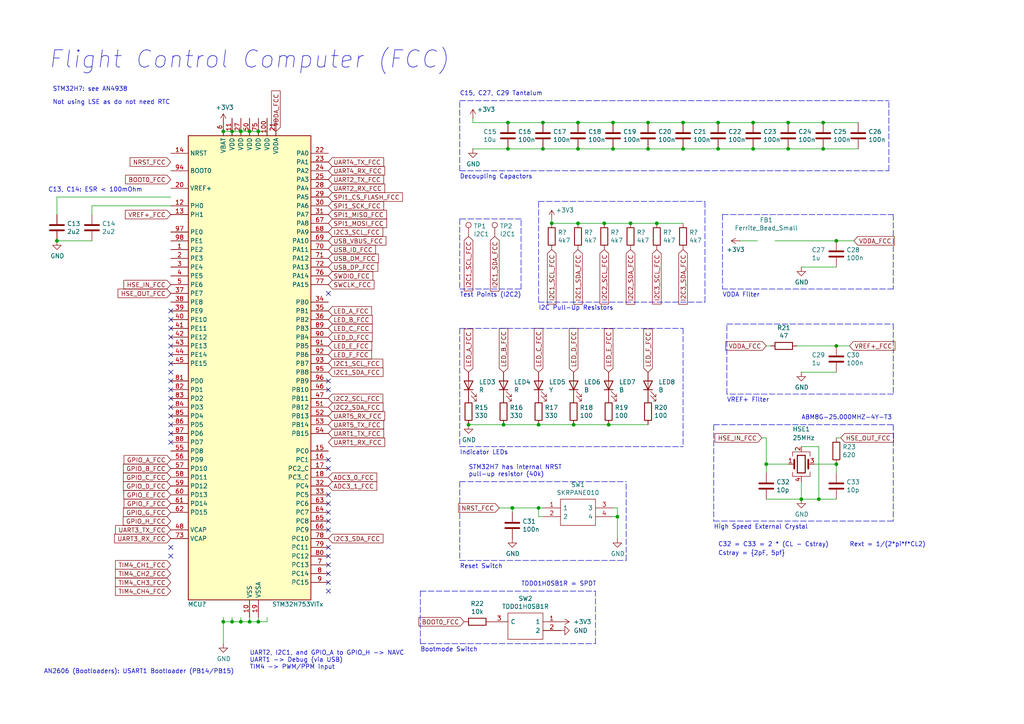
<source format=kicad_sch>
(kicad_sch (version 20250114) (generator "eeschema") (generator_version "9.0")
  (paper "A4")
  (title_block (title "Flight Control Computer") (date "2019-10-27") (rev "0.1"))
  (lib_symbols
    (symbol "Connector:TestPoint" (pin_numbers (hide yes)) (pin_names (offset 0.762) (hide yes))
      (property "Reference" "TP" (at 0 6.858 0))
      (property "Value" "TestPoint" (at 0 5.08 0))
      (symbol "TestPoint_0_1"
        (circle (center 0 3.302) (radius 0.762))
      )
      (symbol "TestPoint_1_1"
        (pin passive line (at 0 0 90) (length 2.54) (name "1") (number "1"))
      )
    )
    (symbol "Device:C" (pin_numbers (hide yes)) (pin_names (offset 0.254))
      (property "Reference" "C" (at 0.635 2.54 0))
      (property "Value" "C" (at 0.635 -2.54 0))
      (symbol "C_0_1"
        (polyline (pts (xy -2.032 0.762) (xy 2.032 0.762)) (stroke (width 0.508)))
        (polyline (pts (xy -2.032 -0.762) (xy 2.032 -0.762)) (stroke (width 0.508)))
      )
      (symbol "C_1_1"
        (pin passive line (at 0 3.81 270) (length 2.794) (name "~") (number "1"))
        (pin passive line (at 0 -3.81 90) (length 2.794) (name "~") (number "2"))
      )
    )
    (symbol "Device:Crystal_GND24" (pin_names (offset 1.016) (hide yes))
      (property "Reference" "Y" (at 3.175 5.08 0))
      (property "Value" "Crystal_GND24" (at 3.175 3.175 0))
      (symbol "Crystal_GND24_0_1"
        (polyline (pts (xy -2.54 2.286) (xy -2.54 3.556) (xy 2.54 3.556) (xy 2.54 2.286)))
        (polyline (pts (xy -2.54 0) (xy -2.032 0)))
        (polyline (pts (xy -2.54 -2.286) (xy -2.54 -3.556) (xy 2.54 -3.556) (xy 2.54 -2.286)))
        (polyline (pts (xy -2.032 -1.27) (xy -2.032 1.27)) (stroke (width 0.508)))
        (rectangle (start -1.143 2.54) (end 1.143 -2.54) (stroke (width 0.3048)))
        (polyline (pts (xy 0 3.556) (xy 0 3.81)))
        (polyline (pts (xy 0 -3.81) (xy 0 -3.556)))
        (polyline (pts (xy 2.032 0) (xy 2.54 0)))
        (polyline (pts (xy 2.032 -1.27) (xy 2.032 1.27)) (stroke (width 0.508)))
      )
      (symbol "Crystal_GND24_1_1"
        (pin passive line (at -3.81 0 0) (length 1.27) (name "1") (number "1"))
        (pin passive line (at 0 5.08 270) (length 1.27) (name "2") (number "2"))
        (pin passive line (at 0 -5.08 90) (length 1.27) (name "4") (number "4"))
        (pin passive line (at 3.81 0 180) (length 1.27) (name "3") (number "3"))
      )
    )
    (symbol "Device:LED" (pin_numbers (hide yes)) (pin_names (offset 1.016) (hide yes))
      (property "Reference" "D" (at 0 2.54 0))
      (property "Value" "LED" (at 0 -2.54 0))
      (symbol "LED_0_1"
        (polyline (pts (xy -3.048 -0.762) (xy -4.572 -2.286) (xy -3.81 -2.286) (xy -4.572 -2.286) (xy -4.572 -1.524)))
        (polyline (pts (xy -1.778 -0.762) (xy -3.302 -2.286) (xy -2.54 -2.286) (xy -3.302 -2.286) (xy -3.302 -1.524)))
        (polyline (pts (xy -1.27 0) (xy 1.27 0)))
        (polyline (pts (xy -1.27 -1.27) (xy -1.27 1.27)) (stroke (width 0.254)))
        (polyline (pts (xy 1.27 -1.27) (xy 1.27 1.27) (xy -1.27 0) (xy 1.27 -1.27)) (stroke (width 0.254)))
      )
      (symbol "LED_1_1"
        (pin passive line (at -3.81 0 0) (length 2.54) (name "K") (number "1"))
        (pin passive line (at 3.81 0 180) (length 2.54) (name "A") (number "2"))
      )
    )
    (symbol "Device:R" (pin_numbers (hide yes)) (pin_names (offset 0))
      (property "Reference" "R" (at 2.032 0 90))
      (property "Value" "R" (at 0 0 90))
      (symbol "R_0_1"
        (rectangle (start -1.016 -2.54) (end 1.016 2.54) (stroke (width 0.254)))
      )
      (symbol "R_1_1"
        (pin passive line (at 0 3.81 270) (length 1.27) (name "~") (number "1"))
        (pin passive line (at 0 -3.81 90) (length 1.27) (name "~") (number "2"))
      )
    )
    (symbol "MCU_ST_STM32H7:STM32H753VITx"
      (property "Reference" "U" (at -17.78 69.85 0))
      (property "Value" "STM32H753VITx" (at 10.16 69.85 0))
      (symbol "STM32H753VITx_0_1"
        (rectangle (start -17.78 -66.04) (end 17.78 68.58) (stroke (width 0.254)) (fill (type background)))
      )
      (symbol "STM32H753VITx_1_1"
        (pin input line (at -22.86 63.5 0) (length 5.08) (name "NRST") (number "14"))
        (pin input line (at -22.86 58.42 0) (length 5.08) (name "BOOT0") (number "94"))
        (pin input line (at -22.86 53.34 0) (length 5.08) (name "VREF+") (number "20"))
        (pin bidirectional line (at -22.86 48.26 0) (length 5.08) (name "PH0") (number "12"))
        (pin bidirectional line (at -22.86 45.72 0) (length 5.08) (name "PH1") (number "13"))
        (pin bidirectional line (at -22.86 40.64 0) (length 5.08) (name "PE0") (number "97"))
        (pin bidirectional line (at -22.86 38.1 0) (length 5.08) (name "PE1") (number "98"))
        (pin bidirectional line (at -22.86 35.56 0) (length 5.08) (name "PE2") (number "1"))
        (pin bidirectional line (at -22.86 33.02 0) (length 5.08) (name "PE3") (number "2"))
        (pin bidirectional line (at -22.86 30.48 0) (length 5.08) (name "PE4") (number "3"))
        (pin bidirectional line (at -22.86 27.94 0) (length 5.08) (name "PE5") (number "4"))
        (pin bidirectional line (at -22.86 25.4 0) (length 5.08) (name "PE6") (number "5"))
        (pin bidirectional line (at -22.86 22.86 0) (length 5.08) (name "PE7") (number "37"))
        (pin bidirectional line (at -22.86 20.32 0) (length 5.08) (name "PE8") (number "38"))
        (pin bidirectional line (at -22.86 17.78 0) (length 5.08) (name "PE9") (number "39"))
        (pin bidirectional line (at -22.86 15.24 0) (length 5.08) (name "PE10") (number "40"))
        (pin bidirectional line (at -22.86 12.7 0) (length 5.08) (name "PE11") (number "41"))
        (pin bidirectional line (at -22.86 10.16 0) (length 5.08) (name "PE12") (number "42"))
        (pin bidirectional line (at -22.86 7.62 0) (length 5.08) (name "PE13") (number "43"))
        (pin bidirectional line (at -22.86 5.08 0) (length 5.08) (name "PE14") (number "44"))
        (pin bidirectional line (at -22.86 2.54 0) (length 5.08) (name "PE15") (number "45"))
        (pin bidirectional line (at -22.86 -2.54 0) (length 5.08) (name "PD0") (number "81"))
        (pin bidirectional line (at -22.86 -5.08 0) (length 5.08) (name "PD1") (number "82"))
        (pin bidirectional line (at -22.86 -7.62 0) (length 5.08) (name "PD2") (number "83"))
        (pin bidirectional line (at -22.86 -10.16 0) (length 5.08) (name "PD3") (number "84"))
        (pin bidirectional line (at -22.86 -12.7 0) (length 5.08) (name "PD4") (number "85"))
        (pin bidirectional line (at -22.86 -15.24 0) (length 5.08) (name "PD5") (number "86"))
        (pin bidirectional line (at -22.86 -17.78 0) (length 5.08) (name "PD6") (number "87"))
        (pin bidirectional line (at -22.86 -20.32 0) (length 5.08) (name "PD7") (number "88"))
        (pin bidirectional line (at -22.86 -22.86 0) (length 5.08) (name "PD8") (number "55"))
        (pin bidirectional line (at -22.86 -25.4 0) (length 5.08) (name "PD9") (number "56"))
        (pin bidirectional line (at -22.86 -27.94 0) (length 5.08) (name "PD10") (number "57"))
        (pin bidirectional line (at -22.86 -30.48 0) (length 5.08) (name "PD11") (number "58"))
        (pin bidirectional line (at -22.86 -33.02 0) (length 5.08) (name "PD12") (number "59"))
        (pin bidirectional line (at -22.86 -35.56 0) (length 5.08) (name "PD13") (number "60"))
        (pin bidirectional line (at -22.86 -38.1 0) (length 5.08) (name "PD14") (number "61"))
        (pin bidirectional line (at -22.86 -40.64 0) (length 5.08) (name "PD15") (number "62"))
        (pin power_out line (at -22.86 -45.72 0) (length 5.08) (name "VCAP") (number "48"))
        (pin power_out line (at -22.86 -48.26 0) (length 5.08) (name "VCAP") (number "73"))
        (pin power_in line (at -7.62 73.66 270) (length 5.08) (name "VBAT") (number "6"))
        (pin power_in line (at -5.08 73.66 270) (length 5.08) (name "VDD") (number "11"))
        (pin power_in line (at -2.54 73.66 270) (length 5.08) (name "VDD") (number "27"))
        (pin power_in line (at 0 73.66 270) (length 5.08) (name "VDD") (number "50"))
        (pin power_in line (at 0 -71.12 90) (length 5.08) (name "VSS") (number "10"))
        (pin passive line (at 0 -71.12 90) (length 5.08) (hide yes) (name "VSS") (number "26"))
        (pin passive line (at 0 -71.12 90) (length 5.08) (hide yes) (name "VSS") (number "49"))
        (pin passive line (at 0 -71.12 90) (length 5.08) (hide yes) (name "VSS") (number "74"))
        (pin passive line (at 0 -71.12 90) (length 5.08) (hide yes) (name "VSS") (number "99"))
        (pin power_in line (at 2.54 73.66 270) (length 5.08) (name "VDD") (number "75"))
        (pin power_in line (at 2.54 -71.12 90) (length 5.08) (name "VSSA") (number "19"))
        (pin power_in line (at 5.08 73.66 270) (length 5.08) (name "VDD") (number "100"))
        (pin power_in line (at 7.62 73.66 270) (length 5.08) (name "VDDA") (number "21"))
        (pin bidirectional line (at 22.86 63.5 180) (length 5.08) (name "PA0") (number "22"))
        (pin bidirectional line (at 22.86 60.96 180) (length 5.08) (name "PA1") (number "23"))
        (pin bidirectional line (at 22.86 58.42 180) (length 5.08) (name "PA2") (number "24"))
        (pin bidirectional line (at 22.86 55.88 180) (length 5.08) (name "PA3") (number "25"))
        (pin bidirectional line (at 22.86 53.34 180) (length 5.08) (name "PA4") (number "28"))
        (pin bidirectional line (at 22.86 50.8 180) (length 5.08) (name "PA5") (number "29"))
        (pin bidirectional line (at 22.86 48.26 180) (length 5.08) (name "PA6") (number "30"))
        (pin bidirectional line (at 22.86 45.72 180) (length 5.08) (name "PA7") (number "31"))
        (pin bidirectional line (at 22.86 43.18 180) (length 5.08) (name "PA8") (number "67"))
        (pin bidirectional line (at 22.86 40.64 180) (length 5.08) (name "PA9") (number "68"))
        (pin bidirectional line (at 22.86 38.1 180) (length 5.08) (name "PA10") (number "69"))
        (pin bidirectional line (at 22.86 35.56 180) (length 5.08) (name "PA11") (number "70"))
        (pin bidirectional line (at 22.86 33.02 180) (length 5.08) (name "PA12") (number "71"))
        (pin bidirectional line (at 22.86 30.48 180) (length 5.08) (name "PA13") (number "72"))
        (pin bidirectional line (at 22.86 27.94 180) (length 5.08) (name "PA14") (number "76"))
        (pin bidirectional line (at 22.86 25.4 180) (length 5.08) (name "PA15") (number "77"))
        (pin bidirectional line (at 22.86 20.32 180) (length 5.08) (name "PB0") (number "34"))
        (pin bidirectional line (at 22.86 17.78 180) (length 5.08) (name "PB1") (number "35"))
        (pin bidirectional line (at 22.86 15.24 180) (length 5.08) (name "PB2") (number "36"))
        (pin bidirectional line (at 22.86 12.7 180) (length 5.08) (name "PB3") (number "89"))
        (pin bidirectional line (at 22.86 10.16 180) (length 5.08) (name "PB4") (number "90"))
        (pin bidirectional line (at 22.86 7.62 180) (length 5.08) (name "PB5") (number "91"))
        (pin bidirectional line (at 22.86 5.08 180) (length 5.08) (name "PB6") (number "92"))
        (pin bidirectional line (at 22.86 2.54 180) (length 5.08) (name "PB7") (number "93"))
        (pin bidirectional line (at 22.86 0 180) (length 5.08) (name "PB8") (number "95"))
        (pin bidirectional line (at 22.86 -2.54 180) (length 5.08) (name "PB9") (number "96"))
        (pin bidirectional line (at 22.86 -5.08 180) (length 5.08) (name "PB10") (number "46"))
        (pin bidirectional line (at 22.86 -7.62 180) (length 5.08) (name "PB11") (number "47"))
        (pin bidirectional line (at 22.86 -10.16 180) (length 5.08) (name "PB12") (number "51"))
        (pin bidirectional line (at 22.86 -12.7 180) (length 5.08) (name "PB13") (number "52"))
        (pin bidirectional line (at 22.86 -15.24 180) (length 5.08) (name "PB14") (number "53"))
        (pin bidirectional line (at 22.86 -17.78 180) (length 5.08) (name "PB15") (number "54"))
        (pin bidirectional line (at 22.86 -22.86 180) (length 5.08) (name "PC0") (number "15"))
        (pin bidirectional line (at 22.86 -25.4 180) (length 5.08) (name "PC1") (number "16"))
        (pin bidirectional line (at 22.86 -27.94 180) (length 5.08) (name "PC2_C") (number "17"))
        (pin bidirectional line (at 22.86 -30.48 180) (length 5.08) (name "PC3_C") (number "18"))
        (pin bidirectional line (at 22.86 -33.02 180) (length 5.08) (name "PC4") (number "32"))
        (pin bidirectional line (at 22.86 -35.56 180) (length 5.08) (name "PC5") (number "33"))
        (pin bidirectional line (at 22.86 -38.1 180) (length 5.08) (name "PC6") (number "63"))
        (pin bidirectional line (at 22.86 -40.64 180) (length 5.08) (name "PC7") (number "64"))
        (pin bidirectional line (at 22.86 -43.18 180) (length 5.08) (name "PC8") (number "65"))
        (pin bidirectional line (at 22.86 -45.72 180) (length 5.08) (name "PC9") (number "66"))
        (pin bidirectional line (at 22.86 -48.26 180) (length 5.08) (name "PC10") (number "78"))
        (pin bidirectional line (at 22.86 -50.8 180) (length 5.08) (name "PC11") (number "79"))
        (pin bidirectional line (at 22.86 -53.34 180) (length 5.08) (name "PC12") (number "80"))
        (pin bidirectional line (at 22.86 -55.88 180) (length 5.08) (name "PC13") (number "7"))
        (pin bidirectional line (at 22.86 -58.42 180) (length 5.08) (name "PC14") (number "8"))
        (pin bidirectional line (at 22.86 -60.96 180) (length 5.08) (name "PC15") (number "9"))
      )
    )
    (symbol "SKRPANE010:SKRPANE010" (pin_names (offset 0.762))
      (property "Reference" "S" (at 16.51 7.62 0))
      (property "Value" "SKRPANE010" (at 16.51 5.08 0))
      (symbol "SKRPANE010_0_0"
        (pin unspecified line (at 0 0 0) (length 5.08) (name "1") (number "1"))
        (pin unspecified line (at 0 -2.54 0) (length 5.08) (name "2") (number "2"))
        (pin unspecified line (at 20.32 0 180) (length 5.08) (name "3") (number "3"))
        (pin unspecified line (at 20.32 -2.54 180) (length 5.08) (name "4") (number "4"))
      )
      (symbol "SKRPANE010_0_1"
        (polyline (pts (xy 5.08 2.54) (xy 15.24 2.54) (xy 15.24 -5.08) (xy 5.08 -5.08) (xy 5.08 2.54)) (stroke (width 0.1524)))
      )
    )
    (symbol "TDD01H0SB1R:TDD01H0SB1R" (pin_names (offset 0.762))
      (property "Reference" "S" (at 16.51 7.62 0))
      (property "Value" "TDD01H0SB1R" (at 16.51 5.08 0))
      (symbol "TDD01H0SB1R_0_0"
        (pin unspecified line (at 0 0 0) (length 5.08) (name "1") (number "1"))
        (pin unspecified line (at 0 -2.54 0) (length 5.08) (name "2") (number "2"))
        (pin unspecified line (at 20.32 0 180) (length 5.08) (name "C") (number "3"))
      )
      (symbol "TDD01H0SB1R_0_1"
        (polyline (pts (xy 5.08 2.54) (xy 15.24 2.54) (xy 15.24 -5.08) (xy 5.08 -5.08) (xy 5.08 2.54)) (stroke (width 0.1524)))
      )
    )
    (symbol "power:+3V3" (power) (pin_numbers (hide yes)) (pin_names (offset 0) (hide yes))
      (property "Value" "+3V3" (at 0 3.556 0))
      (symbol "+3V3_0_1"
        (polyline (pts (xy -0.762 1.27) (xy 0 2.54)))
        (polyline (pts (xy 0 2.54) (xy 0.762 1.27)))
        (polyline (pts (xy 0 0) (xy 0 2.54)))
      )
      (symbol "+3V3_1_1"
        (pin power_in line (at 0 0 90) (length 0) (name "~") (number "1"))
      )
    )
    (symbol "power:GND" (power) (pin_numbers (hide yes)) (pin_names (offset 0) (hide yes))
      (property "Value" "GND" (at 0 -3.81 0))
      (symbol "GND_0_1"
        (polyline (pts (xy 0 0) (xy 0 -1.27) (xy 1.27 -1.27) (xy 0 -2.54) (xy -1.27 -1.27) (xy 0 -1.27)))
      )
      (symbol "GND_1_1"
        (pin power_in line (at 0 0 270) (length 0) (name "~") (number "1"))
      )
    )
  )
  (text "Bootmode Switch" (at 121.92 189.23 0) (effects (font (size 1.27 1.27)) (justify left bottom)))
  (text "C32 = C33 = 2 * (CL - Cstray)" (at 208.28 158.75 0) (effects (font (size 1.27 1.27)) (justify left bottom)))
  (text "Flight Control Computer (FCC)" (at 13.97 20.32 0) (effects (font (size 5.0038 5.0038) (italic yes)) (justify left bottom)))
  (text "High Speed External Crystal" (at 207.01 153.67 0) (effects (font (size 1.27 1.27)) (justify left bottom)))
  (text "C13, C14: ESR < 100mOhm" (at 13.97 55.88 0) (effects (font (size 1.27 1.27)) (justify left bottom)))
  (text "AN2606 (Bootloaders): USART1 Bootloader (PB14/PB15)" (at 12.7 195.58 0) (effects (font (size 1.27 1.27)) (justify left bottom)))
  (text "STM32H7: see AN4938" (at 15.24 26.67 0) (effects (font (size 1.27 1.27)) (justify left bottom)))
  (text "ABM8G-25.000MHZ-4Y-T3" (at 232.41 121.92 0) (effects (font (size 1.27 1.27)) (justify left bottom)))
  (text "Test Points (I2C2)" (at 133.35 86.36 0) (effects (font (size 1.27 1.27)) (justify left bottom)))
  (text "UART2, I2C1, and GPIO_A to GPIO_H -> NAVC\nUART1 -> Debug (via USB)\nTIM4 -> PWM/PPM input\n" (at 72.39 194.31 0) (effects (font (size 1.27 1.27)) (justify left bottom)))
  (text "Not using LSE as do not need RTC" (at 15.24 30.48 0) (effects (font (size 1.27 1.27)) (justify left bottom)))
  (text "C15, C27, C29 Tantalum" (at 133.35 27.94 0) (effects (font (size 1.27 1.27)) (justify left bottom)))
  (text "Rext = 1/(2*pi*f*CL2)" (at 246.38 158.75 0) (effects (font (size 1.27 1.27)) (justify left bottom)))
  (text "TDD01H0SB1R = SPDT" (at 151.13 170.18 0) (effects (font (size 1.27 1.27)) (justify left bottom)))
  (text "VREF+ Filter" (at 210.82 116.84 0) (effects (font (size 1.27 1.27)) (justify left bottom)))
  (text "VDDA Filter" (at 209.55 86.36 0) (effects (font (size 1.27 1.27)) (justify left bottom)))
  (text "Reset Switch" (at 133.35 165.1 0) (effects (font (size 1.27 1.27)) (justify left bottom)))
  (text "Indicator LEDs" (at 133.35 132.08 0) (effects (font (size 1.27 1.27)) (justify left bottom)))
  (text "Decoupling Capactors" (at 133.35 52.07 0) (effects (font (size 1.27 1.27)) (justify left bottom)))
  (text "STM32H7 has internal NRST \npull-up resistor (40k)" (at 135.89 138.43 0) (effects (font (size 1.27 1.27)) (justify left bottom)))
  (text "I2C Pull-Up Resistors" (at 156.21 90.17 0) (effects (font (size 1.27 1.27)) (justify left bottom)))
  (text "Cstray = {2pF, 5pf}" (at 208.28 161.29 0) (effects (font (size 1.27 1.27)) (justify left bottom)))
  (junction (at 160.02 64.77))
  (junction (at 148.59 147.32))
  (junction (at 147.32 43.18))
  (junction (at 74.93 180.34))
  (junction (at 64.77 180.34))
  (junction (at 198.12 43.18))
  (junction (at 135.89 123.19))
  (junction (at 187.96 43.18))
  (junction (at 218.44 35.56))
  (junction (at 177.8 43.18))
  (junction (at 242.57 134.62))
  (junction (at 16.51 69.85))
  (junction (at 67.31 180.34))
  (junction (at 176.53 123.19))
  (junction (at 157.48 43.18))
  (junction (at 218.44 43.18))
  (junction (at 72.39 180.34))
  (junction (at 69.85 38.1))
  (junction (at 72.39 38.1))
  (junction (at 182.88 64.77))
  (junction (at 167.64 64.77))
  (junction (at 157.48 35.56))
  (junction (at 208.28 43.18))
  (junction (at 156.21 123.19))
  (junction (at 74.93 38.1))
  (junction (at 187.96 35.56))
  (junction (at 179.07 149.86))
  (junction (at 177.8 35.56))
  (junction (at 228.6 35.56))
  (junction (at 64.77 38.1))
  (junction (at 166.37 123.19))
  (junction (at 167.64 43.18))
  (junction (at 242.57 100.33))
  (junction (at 228.6 43.18))
  (junction (at 156.21 147.32))
  (junction (at 242.57 69.85))
  (junction (at 175.26 64.77))
  (junction (at 167.64 35.56))
  (junction (at 238.76 43.18))
  (junction (at 237.49 144.78))
  (junction (at 238.76 35.56))
  (junction (at 232.41 144.78))
  (junction (at 146.05 123.19))
  (junction (at 67.31 38.1))
  (junction (at 222.25 134.62))
  (junction (at 198.12 35.56))
  (junction (at 69.85 180.34))
  (junction (at 147.32 35.56))
  (junction (at 190.5 64.77))
  (junction (at 208.28 35.56))
  (no_connect (at 49.53 113.03))
  (no_connect (at 95.25 153.67))
  (no_connect (at 49.53 120.65))
  (no_connect (at 95.25 143.51))
  (no_connect (at 49.53 125.73))
  (no_connect (at 95.25 161.29))
  (no_connect (at 49.53 123.19))
  (no_connect (at 95.25 113.03))
  (no_connect (at 49.53 105.41))
  (no_connect (at 49.53 158.75))
  (no_connect (at 95.25 133.35))
  (no_connect (at 95.25 168.91))
  (no_connect (at 49.53 100.33))
  (no_connect (at 49.53 97.79))
  (no_connect (at 49.53 102.87))
  (no_connect (at 95.25 110.49))
  (no_connect (at 95.25 166.37))
  (no_connect (at 95.25 146.05))
  (no_connect (at 95.25 151.13))
  (no_connect (at 49.53 107.95))
  (no_connect (at 95.25 85.09))
  (no_connect (at 49.53 118.11))
  (no_connect (at 49.53 92.71))
  (no_connect (at 49.53 110.49))
  (no_connect (at 95.25 171.45))
  (no_connect (at 49.53 95.25))
  (no_connect (at 49.53 115.57))
  (no_connect (at 95.25 135.89))
  (no_connect (at 49.53 90.17))
  (no_connect (at 95.25 158.75))
  (no_connect (at 95.25 163.83))
  (no_connect (at 49.53 161.29))
  (no_connect (at 49.53 128.27))
  (no_connect (at 95.25 148.59))
  (wire (pts (xy 67.31 179.07) (xy 67.31 180.34)))
  (wire (pts (xy 208.28 43.18) (xy 198.12 43.18)))
  (polyline (pts (xy 259.08 114.3) (xy 210.82 114.3)) (stroke (width 0) (type dash)))
  (wire (pts (xy 222.25 127) (xy 220.98 127)))
  (wire (pts (xy 69.85 179.07) (xy 69.85 180.34)))
  (wire (pts (xy 67.31 180.34) (xy 64.77 180.34)))
  (polyline (pts (xy 257.81 49.53) (xy 257.81 29.21)) (stroke (width 0) (type dash)))
  (polyline (pts (xy 172.72 186.69) (xy 172.72 171.45)) (stroke (width 0) (type dash)))
  (wire (pts (xy 77.47 180.34) (xy 74.93 180.34)))
  (wire (pts (xy 137.16 35.56) (xy 147.32 35.56)))
  (wire (pts (xy 246.38 100.33) (xy 242.57 100.33)))
  (wire (pts (xy 16.51 57.15) (xy 16.51 62.23)))
  (wire (pts (xy 238.76 35.56) (xy 228.6 35.56)))
  (polyline (pts (xy 259.08 83.82) (xy 209.55 83.82)) (stroke (width 0) (type dash)))
  (wire (pts (xy 156.21 149.86) (xy 156.21 147.32)))
  (polyline (pts (xy 121.92 186.69) (xy 172.72 186.69)) (stroke (width 0) (type dash)))
  (wire (pts (xy 77.47 179.07) (xy 77.47 180.34)))
  (polyline (pts (xy 156.21 87.63) (xy 156.21 58.42)) (stroke (width 0) (type dash)))
  (polyline (pts (xy 207.01 123.19) (xy 259.08 123.19)) (stroke (width 0) (type dash)))
  (wire (pts (xy 72.39 179.07) (xy 72.39 180.34)))
  (polyline (pts (xy 156.21 87.63) (xy 204.47 87.63)) (stroke (width 0) (type dash)))
  (wire (pts (xy 156.21 147.32) (xy 157.48 147.32)))
  (wire (pts (xy 64.77 35.56) (xy 64.77 38.1)))
  (wire (pts (xy 146.05 123.19) (xy 135.89 123.19)))
  (wire (pts (xy 177.8 149.86) (xy 179.07 149.86)))
  (wire (pts (xy 248.92 35.56) (xy 238.76 35.56)))
  (polyline (pts (xy 259.08 123.19) (xy 259.08 151.13)) (stroke (width 0) (type dash)))
  (wire (pts (xy 148.59 147.32) (xy 156.21 147.32)))
  (wire (pts (xy 242.57 77.47) (xy 232.41 77.47)))
  (wire (pts (xy 242.57 134.62) (xy 236.22 134.62)))
  (polyline (pts (xy 151.13 63.5) (xy 133.35 63.5)) (stroke (width 0) (type dash)))
  (wire (pts (xy 237.49 129.54) (xy 237.49 144.78)))
  (wire (pts (xy 198.12 43.18) (xy 187.96 43.18)))
  (wire (pts (xy 247.65 69.85) (xy 242.57 69.85)))
  (wire (pts (xy 77.47 38.1) (xy 74.93 38.1)))
  (wire (pts (xy 179.07 149.86) (xy 179.07 156.21)))
  (wire (pts (xy 176.53 123.19) (xy 187.96 123.19)))
  (polyline (pts (xy 207.01 151.13) (xy 259.08 151.13)) (stroke (width 0) (type dash)))
  (wire (pts (xy 190.5 64.77) (xy 182.88 64.77)))
  (wire (pts (xy 222.25 137.16) (xy 222.25 134.62)))
  (wire (pts (xy 248.92 43.18) (xy 238.76 43.18)))
  (wire (pts (xy 80.01 39.37) (xy 80.01 38.1)))
  (wire (pts (xy 187.96 43.18) (xy 177.8 43.18)))
  (wire (pts (xy 26.67 59.69) (xy 49.53 59.69)))
  (wire (pts (xy 64.77 186.69) (xy 64.77 180.34)))
  (wire (pts (xy 177.8 35.56) (xy 187.96 35.56)))
  (wire (pts (xy 218.44 35.56) (xy 208.28 35.56)))
  (wire (pts (xy 218.44 43.18) (xy 208.28 43.18)))
  (polyline (pts (xy 181.61 162.56) (xy 181.61 139.7)) (stroke (width 0) (type dash)))
  (wire (pts (xy 222.25 134.62) (xy 228.6 134.62)))
  (wire (pts (xy 26.67 59.69) (xy 26.67 62.23)))
  (polyline (pts (xy 133.35 49.53) (xy 133.35 29.21)) (stroke (width 0) (type dash)))
  (wire (pts (xy 167.64 64.77) (xy 160.02 64.77)))
  (polyline (pts (xy 133.35 95.25) (xy 198.12 95.25)) (stroke (width 0) (type dash)))
  (wire (pts (xy 222.25 144.78) (xy 232.41 144.78)))
  (wire (pts (xy 157.48 149.86) (xy 156.21 149.86)))
  (wire (pts (xy 64.77 180.34) (xy 64.77 179.07)))
  (wire (pts (xy 242.57 137.16) (xy 242.57 134.62)))
  (polyline (pts (xy 133.35 139.7) (xy 133.35 162.56)) (stroke (width 0) (type dash)))
  (wire (pts (xy 157.48 43.18) (xy 147.32 43.18)))
  (wire (pts (xy 64.77 38.1) (xy 64.77 39.37)))
  (wire (pts (xy 222.25 127) (xy 222.25 134.62)))
  (wire (pts (xy 228.6 43.18) (xy 218.44 43.18)))
  (polyline (pts (xy 204.47 87.63) (xy 204.47 58.42)) (stroke (width 0) (type dash)))
  (wire (pts (xy 177.8 43.18) (xy 167.64 43.18)))
  (wire (pts (xy 16.51 57.15) (xy 49.53 57.15)))
  (wire (pts (xy 160.02 63.5) (xy 160.02 64.77)))
  (wire (pts (xy 74.93 179.07) (xy 74.93 180.34)))
  (polyline (pts (xy 210.82 114.3) (xy 210.82 93.98)) (stroke (width 0) (type dash)))
  (wire (pts (xy 228.6 35.56) (xy 218.44 35.56)))
  (polyline (pts (xy 209.55 62.23) (xy 259.08 62.23)) (stroke (width 0) (type dash)))
  (polyline (pts (xy 210.82 93.98) (xy 259.08 93.98)) (stroke (width 0) (type dash)))
  (wire (pts (xy 69.85 180.34) (xy 67.31 180.34)))
  (wire (pts (xy 198.12 64.77) (xy 190.5 64.77)))
  (wire (pts (xy 157.48 35.56) (xy 167.64 35.56)))
  (wire (pts (xy 69.85 38.1) (xy 67.31 38.1)))
  (wire (pts (xy 176.53 123.19) (xy 166.37 123.19)))
  (wire (pts (xy 214.63 69.85) (xy 219.71 69.85)))
  (wire (pts (xy 137.16 34.29) (xy 137.16 35.56)))
  (wire (pts (xy 74.93 180.34) (xy 72.39 180.34)))
  (wire (pts (xy 208.28 35.56) (xy 198.12 35.56)))
  (wire (pts (xy 232.41 139.7) (xy 232.41 144.78)))
  (wire (pts (xy 243.84 127) (xy 242.57 127)))
  (wire (pts (xy 156.21 123.19) (xy 146.05 123.19)))
  (wire (pts (xy 242.57 144.78) (xy 237.49 144.78)))
  (polyline (pts (xy 209.55 62.23) (xy 209.55 83.82)) (stroke (width 0) (type dash)))
  (polyline (pts (xy 133.35 95.25) (xy 133.35 129.54)) (stroke (width 0) (type dash)))
  (wire (pts (xy 179.07 147.32) (xy 179.07 149.86)))
  (polyline (pts (xy 207.01 123.19) (xy 207.01 151.13)) (stroke (width 0) (type dash)))
  (polyline (pts (xy 133.35 83.82) (xy 151.13 83.82)) (stroke (width 0) (type dash)))
  (wire (pts (xy 167.64 35.56) (xy 177.8 35.56)))
  (polyline (pts (xy 156.21 58.42) (xy 204.47 58.42)) (stroke (width 0) (type dash)))
  (wire (pts (xy 67.31 38.1) (xy 64.77 38.1)))
  (wire (pts (xy 72.39 180.34) (xy 69.85 180.34)))
  (polyline (pts (xy 259.08 62.23) (xy 259.08 83.82)) (stroke (width 0) (type dash)))
  (polyline (pts (xy 198.12 95.25) (xy 198.12 129.54)) (stroke (width 0) (type dash)))
  (wire (pts (xy 177.8 147.32) (xy 179.07 147.32)))
  (polyline (pts (xy 133.35 49.53) (xy 257.81 49.53)) (stroke (width 0) (type dash)))
  (wire (pts (xy 74.93 38.1) (xy 72.39 38.1)))
  (wire (pts (xy 187.96 35.56) (xy 198.12 35.56)))
  (wire (pts (xy 148.59 148.59) (xy 148.59 147.32)))
  (polyline (pts (xy 259.08 93.98) (xy 259.08 114.3)) (stroke (width 0) (type dash)))
  (wire (pts (xy 232.41 107.95) (xy 242.57 107.95)))
  (wire (pts (xy 231.14 100.33) (xy 242.57 100.33)))
  (wire (pts (xy 147.32 35.56) (xy 157.48 35.56)))
  (wire (pts (xy 26.67 69.85) (xy 16.51 69.85)))
  (wire (pts (xy 237.49 144.78) (xy 232.41 144.78)))
  (wire (pts (xy 232.41 129.54) (xy 237.49 129.54)))
  (wire (pts (xy 223.52 100.33) (xy 222.25 100.33)))
  (wire (pts (xy 224.79 69.85) (xy 242.57 69.85)))
  (wire (pts (xy 166.37 123.19) (xy 156.21 123.19)))
  (wire (pts (xy 67.31 39.37) (xy 67.31 38.1)))
  (wire (pts (xy 147.32 43.18) (xy 137.16 43.18)))
  (polyline (pts (xy 121.92 171.45) (xy 172.72 171.45)) (stroke (width 0) (type dash)))
  (wire (pts (xy 182.88 64.77) (xy 175.26 64.77)))
  (wire (pts (xy 167.64 43.18) (xy 157.48 43.18)))
  (wire (pts (xy 175.26 64.77) (xy 167.64 64.77)))
  (polyline (pts (xy 121.92 171.45) (xy 121.92 186.69)) (stroke (width 0) (type dash)))
  (wire (pts (xy 72.39 38.1) (xy 69.85 38.1)))
  (polyline (pts (xy 133.35 139.7) (xy 181.61 139.7)) (stroke (width 0) (type dash)))
  (polyline (pts (xy 133.35 162.56) (xy 181.61 162.56)) (stroke (width 0) (type dash)))
  (wire (pts (xy 238.76 43.18) (xy 228.6 43.18)))
  (polyline (pts (xy 133.35 63.5) (xy 133.35 83.82)) (stroke (width 0) (type dash)))
  (polyline (pts (xy 151.13 83.82) (xy 151.13 63.5)) (stroke (width 0) (type dash)))
  (wire (pts (xy 69.85 39.37) (xy 69.85 38.1)))
  (wire (pts (xy 144.78 147.32) (xy 148.59 147.32)))
  (polyline (pts (xy 133.35 29.21) (xy 257.81 29.21)) (stroke (width 0) (type dash)))
  (wire (pts (xy 74.93 39.37) (xy 74.93 38.1)))
  (wire (pts (xy 72.39 39.37) (xy 72.39 38.1)))
  (polyline (pts (xy 133.35 129.54) (xy 198.12 129.54)) (stroke (width 0) (type dash)))
  (wire (pts (xy 77.47 39.37) (xy 77.47 38.1)))
  (global_label "USB_ID_FCC" (shape input) (at 95.25 72.39 0) (property "Intersheetrefs" "${INTERSHEET_REFS}" (effects (hide yes))))
  (global_label "GPIO_D_FCC" (shape input) (at 49.53 140.97 180) (property "Intersheetrefs" "${INTERSHEET_REFS}" (effects (hide yes))))
  (global_label "I2C2_SDA_FCC" (shape input) (at 95.25 118.11 0) (property "Intersheetrefs" "${INTERSHEET_REFS}" (effects (hide yes))))
  (global_label "TIM4_CH1_FCC" (shape input) (at 49.53 163.83 180) (property "Intersheetrefs" "${INTERSHEET_REFS}" (effects (hide yes))))
  (global_label "I2C3_SCL_FCC" (shape input) (at 190.5 72.39 270) (property "Intersheetrefs" "${INTERSHEET_REFS}" (effects (hide yes))))
  (global_label "SPI1_SCK_FCC" (shape input) (at 95.25 59.69 0) (property "Intersheetrefs" "${INTERSHEET_REFS}" (effects (hide yes))))
  (global_label "I2C3_SDA_FCC" (shape input) (at 198.12 72.39 270) (property "Intersheetrefs" "${INTERSHEET_REFS}" (effects (hide yes))))
  (global_label "I2C1_SCL_FCC" (shape input) (at 160.02 72.39 270) (property "Intersheetrefs" "${INTERSHEET_REFS}" (effects (hide yes))))
  (global_label "LED_F_FCC" (shape input) (at 187.96 107.95 90) (property "Intersheetrefs" "${INTERSHEET_REFS}" (effects (hide yes))))
  (global_label "LED_D_FCC" (shape input) (at 166.37 107.95 90) (property "Intersheetrefs" "${INTERSHEET_REFS}" (effects (hide yes))))
  (global_label "USB_DM_FCC" (shape input) (at 95.25 74.93 0) (property "Intersheetrefs" "${INTERSHEET_REFS}" (effects (hide yes))))
  (global_label "I2C2_SDA_FCC" (shape input) (at 182.88 72.39 270) (property "Intersheetrefs" "${INTERSHEET_REFS}" (effects (hide yes))))
  (global_label "SPI1_MOSI_FCC" (shape input) (at 95.25 64.77 0) (property "Intersheetrefs" "${INTERSHEET_REFS}" (effects (hide yes))))
  (global_label "UART1_RX_FCC" (shape input) (at 95.25 128.27 0) (property "Intersheetrefs" "${INTERSHEET_REFS}" (effects (hide yes))))
  (global_label "LED_D_FCC" (shape input) (at 95.25 97.79 0) (property "Intersheetrefs" "${INTERSHEET_REFS}" (effects (hide yes))))
  (global_label "I2C1_SCL_FCC" (shape input) (at 95.25 105.41 0) (property "Intersheetrefs" "${INTERSHEET_REFS}" (effects (hide yes))))
  (global_label "LED_B_FCC" (shape input) (at 95.25 92.71 0) (property "Intersheetrefs" "${INTERSHEET_REFS}" (effects (hide yes))))
  (global_label "UART2_TX_FCC" (shape input) (at 95.25 52.07 0) (property "Intersheetrefs" "${INTERSHEET_REFS}" (effects (hide yes))))
  (global_label "LED_E_FCC" (shape input) (at 176.53 107.95 90) (property "Intersheetrefs" "${INTERSHEET_REFS}" (effects (hide yes))))
  (global_label "I2C3_SCL_FCC" (shape input) (at 95.25 67.31 0) (property "Intersheetrefs" "${INTERSHEET_REFS}" (effects (hide yes))))
  (global_label "GPIO_A_FCC" (shape input) (at 49.53 133.35 180) (property "Intersheetrefs" "${INTERSHEET_REFS}" (effects (hide yes))))
  (global_label "SPI1_MISO_FCC" (shape input) (at 95.25 62.23 0) (property "Intersheetrefs" "${INTERSHEET_REFS}" (effects (hide yes))))
  (global_label "VREF+_FCC" (shape input) (at 49.53 62.23 180) (property "Intersheetrefs" "${INTERSHEET_REFS}" (effects (hide yes))))
  (global_label "GPIO_C_FCC" (shape input) (at 49.53 138.43 180) (property "Intersheetrefs" "${INTERSHEET_REFS}" (effects (hide yes))))
  (global_label "VDDA_FCC" (shape input) (at 222.25 100.33 180) (property "Intersheetrefs" "${INTERSHEET_REFS}" (effects (hide yes))))
  (global_label "HSE_OUT_FCC" (shape input) (at 243.84 127 0) (property "Intersheetrefs" "${INTERSHEET_REFS}" (effects (hide yes))))
  (global_label "UART2_RX_FCC" (shape input) (at 95.25 54.61 0) (property "Intersheetrefs" "${INTERSHEET_REFS}" (effects (hide yes))))
  (global_label "TIM4_CH2_FCC" (shape input) (at 49.53 166.37 180) (property "Intersheetrefs" "${INTERSHEET_REFS}" (effects (hide yes))))
  (global_label "VREF+_FCC" (shape input) (at 246.38 100.33 0) (property "Intersheetrefs" "${INTERSHEET_REFS}" (effects (hide yes))))
  (global_label "USB_DP_FCC" (shape input) (at 95.25 77.47 0) (property "Intersheetrefs" "${INTERSHEET_REFS}" (effects (hide yes))))
  (global_label "I2C2_SCL_FCC" (shape input) (at 175.26 72.39 270) (property "Intersheetrefs" "${INTERSHEET_REFS}" (effects (hide yes))))
  (global_label "LED_C_FCC" (shape input) (at 95.25 95.25 0) (property "Intersheetrefs" "${INTERSHEET_REFS}" (effects (hide yes))))
  (global_label "LED_C_FCC" (shape input) (at 156.21 107.95 90) (property "Intersheetrefs" "${INTERSHEET_REFS}" (effects (hide yes))))
  (global_label "HSE_OUT_FCC" (shape input) (at 49.53 85.09 180) (property "Intersheetrefs" "${INTERSHEET_REFS}" (effects (hide yes))))
  (global_label "SWCLK_FCC" (shape input) (at 95.25 82.55 0) (property "Intersheetrefs" "${INTERSHEET_REFS}" (effects (hide yes))))
  (global_label "I2C1_SDA_FCC" (shape input) (at 167.64 72.39 270) (property "Intersheetrefs" "${INTERSHEET_REFS}" (effects (hide yes))))
  (global_label "UART5_TX_FCC" (shape input) (at 95.25 123.19 0) (property "Intersheetrefs" "${INTERSHEET_REFS}" (effects (hide yes))))
  (global_label "GPIO_F_FCC" (shape input) (at 49.53 146.05 180) (property "Intersheetrefs" "${INTERSHEET_REFS}" (effects (hide yes))))
  (global_label "SPI1_CS_FLASH_FCC" (shape input) (at 95.25 57.15 0) (property "Intersheetrefs" "${INTERSHEET_REFS}" (effects (hide yes))))
  (global_label "ADC3_0_FCC" (shape input) (at 95.25 138.43 0) (property "Intersheetrefs" "${INTERSHEET_REFS}" (effects (hide yes))))
  (global_label "NRST_FCC" (shape input) (at 144.78 147.32 180) (property "Intersheetrefs" "${INTERSHEET_REFS}" (effects (hide yes))))
  (global_label "UART3_TX_FCC" (shape input) (at 49.53 153.67 180) (property "Intersheetrefs" "${INTERSHEET_REFS}" (effects (hide yes))))
  (global_label "UART4_RX_FCC" (shape input) (at 95.25 49.53 0) (property "Intersheetrefs" "${INTERSHEET_REFS}" (effects (hide yes))))
  (global_label "UART3_RX_FCC" (shape input) (at 49.53 156.21 180) (property "Intersheetrefs" "${INTERSHEET_REFS}" (effects (hide yes))))
  (global_label "USB_VBUS_FCC" (shape input) (at 95.25 69.85 0) (property "Intersheetrefs" "${INTERSHEET_REFS}" (effects (hide yes))))
  (global_label "I2C2_SCL_FCC" (shape input) (at 95.25 115.57 0) (property "Intersheetrefs" "${INTERSHEET_REFS}" (effects (hide yes))))
  (global_label "BOOT0_FCC" (shape input) (at 134.62 180.34 180) (property "Intersheetrefs" "${INTERSHEET_REFS}" (effects (hide yes))))
  (global_label "VDDA_FCC" (shape input) (at 247.65 69.85 0) (property "Intersheetrefs" "${INTERSHEET_REFS}" (effects (hide yes))))
  (global_label "HSE_IN_FCC" (shape input) (at 220.98 127 180) (property "Intersheetrefs" "${INTERSHEET_REFS}" (effects (hide yes))))
  (global_label "I2C1_SDA_FCC" (shape input) (at 143.51 68.58 270) (property "Intersheetrefs" "${INTERSHEET_REFS}" (effects (hide yes))))
  (global_label "BOOT0_FCC" (shape input) (at 49.53 52.07 180) (property "Intersheetrefs" "${INTERSHEET_REFS}" (effects (hide yes))))
  (global_label "GPIO_B_FCC" (shape input) (at 49.53 135.89 180) (property "Intersheetrefs" "${INTERSHEET_REFS}" (effects (hide yes))))
  (global_label "VDDA_FCC" (shape input) (at 80.01 38.1 90) (property "Intersheetrefs" "${INTERSHEET_REFS}" (effects (hide yes))))
  (global_label "TIM4_CH3_FCC" (shape input) (at 49.53 168.91 180) (property "Intersheetrefs" "${INTERSHEET_REFS}" (effects (hide yes))))
  (global_label "NRST_FCC" (shape input) (at 49.53 46.99 180) (property "Intersheetrefs" "${INTERSHEET_REFS}" (effects (hide yes))))
  (global_label "TIM4_CH4_FCC" (shape input) (at 49.53 171.45 180) (property "Intersheetrefs" "${INTERSHEET_REFS}" (effects (hide yes))))
  (global_label "LED_A_FCC" (shape input) (at 135.89 107.95 90) (property "Intersheetrefs" "${INTERSHEET_REFS}" (effects (hide yes))))
  (global_label "LED_E_FCC" (shape input) (at 95.25 100.33 0) (property "Intersheetrefs" "${INTERSHEET_REFS}" (effects (hide yes))))
  (global_label "I2C1_SDA_FCC" (shape input) (at 95.25 107.95 0) (property "Intersheetrefs" "${INTERSHEET_REFS}" (effects (hide yes))))
  (global_label "GPIO_H_FCC" (shape input) (at 49.53 151.13 180) (property "Intersheetrefs" "${INTERSHEET_REFS}" (effects (hide yes))))
  (global_label "LED_F_FCC" (shape input) (at 95.25 102.87 0) (property "Intersheetrefs" "${INTERSHEET_REFS}" (effects (hide yes))))
  (global_label "I2C1_SCL_FCC" (shape input) (at 135.89 68.58 270) (property "Intersheetrefs" "${INTERSHEET_REFS}" (effects (hide yes))))
  (global_label "UART1_TX_FCC" (shape input) (at 95.25 125.73 0) (property "Intersheetrefs" "${INTERSHEET_REFS}" (effects (hide yes))))
  (global_label "UART4_TX_FCC" (shape input) (at 95.25 46.99 0) (property "Intersheetrefs" "${INTERSHEET_REFS}" (effects (hide yes))))
  (global_label "LED_B_FCC" (shape input) (at 146.05 107.95 90) (property "Intersheetrefs" "${INTERSHEET_REFS}" (effects (hide yes))))
  (global_label "GPIO_E_FCC" (shape input) (at 49.53 143.51 180) (property "Intersheetrefs" "${INTERSHEET_REFS}" (effects (hide yes))))
  (global_label "GPIO_G_FCC" (shape input) (at 49.53 148.59 180) (property "Intersheetrefs" "${INTERSHEET_REFS}" (effects (hide yes))))
  (global_label "UART5_RX_FCC" (shape input) (at 95.25 120.65 0) (property "Intersheetrefs" "${INTERSHEET_REFS}" (effects (hide yes))))
  (global_label "SWDIO_FCC" (shape input) (at 95.25 80.01 0) (property "Intersheetrefs" "${INTERSHEET_REFS}" (effects (hide yes))))
  (global_label "LED_A_FCC" (shape input) (at 95.25 90.17 0) (property "Intersheetrefs" "${INTERSHEET_REFS}" (effects (hide yes))))
  (global_label "ADC3_1_FCC" (shape input) (at 95.25 140.97 0) (property "Intersheetrefs" "${INTERSHEET_REFS}" (effects (hide yes))))
  (global_label "I2C3_SDA_FCC" (shape input) (at 95.25 156.21 0) (property "Intersheetrefs" "${INTERSHEET_REFS}" (effects (hide yes))))
  (global_label "HSE_IN_FCC" (shape input) (at 49.53 82.55 180) (property "Intersheetrefs" "${INTERSHEET_REFS}" (effects (hide yes))))
  (symbol (lib_id "Device:R") (at 160.02 68.58 0) (unit 1)
    (property "Reference" "R9" (at 161.798 67.4116 0) (effects (justify left)))
    (property "Value" "4k7" (at 161.798 69.723 0) (effects (justify left)))
    (property "Footprint" "Resistor_SMD:R_0402_1005Metric" (effects (hide yes)))
    (instances (project "" (path "" (reference "R?") (unit 1)) (path "" (reference "R9") (unit 1))))
  )
  (symbol (lib_id "Device:R") (at 167.64 68.58 0) (unit 1)
    (property "Reference" "R10" (at 169.418 67.4116 0) (effects (justify left)))
    (property "Value" "4k7" (at 169.418 69.723 0) (effects (justify left)))
    (property "Footprint" "Resistor_SMD:R_0402_1005Metric" (effects (hide yes)))
    (instances (project "" (path "" (reference "R?") (unit 1)) (path "" (reference "R10") (unit 1))))
  )
  (symbol (lib_id "MCU_ST_STM32H7:STM32H753VITx") (at 72.39 107.95 0) (unit 1)
    (property "Reference" "FCC1" (at 57.15 175.26 0))
    (property "Value" "STM32H753VITx" (at 86.36 175.26 0))
    (property "Footprint" "Package_QFP:LQFP-100_14x14mm_P0.5mm" (effects (hide yes)))
    (property "Datasheet" "http://www.st.com/st-web-ui/static/active/en/resource/technical/document/datasheet/DM00388325.pdf" (effects (hide yes)))
    (instances (project "" (path "" (reference "MCU?") (unit 1)) (path "" (reference "FCC1") (unit 1))))
  )
  (symbol (lib_id "power:GND") (at 64.77 186.69 0) (unit 1)
    (property "Reference" "#PWR035" (effects (hide yes)))
    (property "Value" "GND" (at 64.897 191.0842 0))
    (instances (project "" (path "" (reference "#PWR?") (unit 1)) (path "" (reference "#PWR035") (unit 1))))
  )
  (symbol (lib_id "Device:C") (at 16.51 66.04 0) (unit 1)
    (property "Reference" "C13" (at 19.431 64.8716 0) (effects (justify left)))
    (property "Value" "2u2" (at 19.431 67.183 0) (effects (justify left)))
    (property "Footprint" "Capacitor_SMD:C_0603_1608Metric" (effects (hide yes)))
  )
  (symbol (lib_id "Device:C") (at 26.67 66.04 0) (unit 1)
    (property "Reference" "C14" (at 29.591 64.8716 0) (effects (justify left)))
    (property "Value" "2u2" (at 29.591 67.183 0) (effects (justify left)))
    (property "Footprint" "Capacitor_SMD:C_0603_1608Metric" (effects (hide yes)))
  )
  (symbol (lib_id "power:GND") (at 16.51 69.85 0) (unit 1)
    (property "Reference" "#PWR033" (effects (hide yes)))
    (property "Value" "GND" (at 16.637 74.2442 0))
  )
  (symbol (lib_id "Device:C") (at 147.32 39.37 0) (unit 1)
    (property "Reference" "C16" (at 150.241 38.2016 0) (effects (justify left)))
    (property "Value" "100n" (at 150.241 40.513 0) (effects (justify left)))
    (property "Footprint" "Capacitor_SMD:C_0402_1005Metric" (effects (hide yes)))
  )
  (symbol (lib_id "Device:CP") (at 137.16 39.37 0) (unit 1)
    (property "Reference" "C15" (at 140.1572 38.2016 0) (effects (justify left)))
    (property "Value" "10u" (at 140.1572 40.513 0) (effects (justify left)))
    (property "Footprint" "Capacitor_SMD:C_0603_1608Metric" (effects (hide yes)))
  )
  (symbol (lib_id "power:GND") (at 137.16 43.18 0) (unit 1)
    (property "Reference" "#PWR043" (effects (hide yes)))
    (property "Value" "GND" (at 137.287 47.5742 0))
  )
  (symbol (lib_id "Device:C") (at 157.48 39.37 0) (unit 1)
    (property "Reference" "C17" (at 160.401 38.2016 0) (effects (justify left)))
    (property "Value" "100n" (at 160.401 40.513 0) (effects (justify left)))
    (property "Footprint" "Capacitor_SMD:C_0402_1005Metric" (effects (hide yes)))
  )
  (symbol (lib_id "Device:C") (at 167.64 39.37 0) (unit 1)
    (property "Reference" "C18" (at 170.561 38.2016 0) (effects (justify left)))
    (property "Value" "100n" (at 170.561 40.513 0) (effects (justify left)))
    (property "Footprint" "Capacitor_SMD:C_0402_1005Metric" (effects (hide yes)))
  )
  (symbol (lib_id "Device:C") (at 177.8 39.37 0) (unit 1)
    (property "Reference" "C19" (at 180.721 38.2016 0) (effects (justify left)))
    (property "Value" "100n" (at 180.721 40.513 0) (effects (justify left)))
    (property "Footprint" "Capacitor_SMD:C_0402_1005Metric" (effects (hide yes)))
  )
  (symbol (lib_id "Device:C") (at 187.96 39.37 0) (unit 1)
    (property "Reference" "C20" (at 190.881 38.2016 0) (effects (justify left)))
    (property "Value" "100n" (at 190.881 40.513 0) (effects (justify left)))
    (property "Footprint" "Capacitor_SMD:C_0402_1005Metric" (effects (hide yes)))
  )
  (symbol (lib_id "Device:C") (at 198.12 39.37 0) (unit 1)
    (property "Reference" "C21" (at 201.041 38.2016 0) (effects (justify left)))
    (property "Value" "100n" (at 201.041 40.513 0) (effects (justify left)))
    (property "Footprint" "Capacitor_SMD:C_0402_1005Metric" (effects (hide yes)))
  )
  (symbol (lib_id "Device:CP") (at 232.41 73.66 0) (unit 1)
    (property "Reference" "C27" (at 235.4072 72.4916 0) (effects (justify left)))
    (property "Value" "1u" (at 235.4072 74.803 0) (effects (justify left)))
    (property "Footprint" "Capacitor_SMD:C_0603_1608Metric" (effects (hide yes)))
  )
  (symbol (lib_id "Device:C") (at 242.57 73.66 0) (unit 1)
    (property "Reference" "C28" (at 245.491 72.4916 0) (effects (justify left)))
    (property "Value" "100n" (at 245.491 74.803 0) (effects (justify left)))
    (property "Footprint" "Capacitor_SMD:C_0402_1005Metric" (effects (hide yes)))
  )
  (symbol (lib_id "power:GND") (at 232.41 77.47 0) (unit 1)
    (property "Reference" "#PWR047" (effects (hide yes)))
    (property "Value" "GND" (at 232.537 81.8642 0))
  )
  (symbol (lib_id "Device:C") (at 208.28 39.37 0) (unit 1)
    (property "Reference" "C22" (at 211.201 38.2016 0) (effects (justify left)))
    (property "Value" "100n" (at 211.201 40.513 0) (effects (justify left)))
    (property "Footprint" "Capacitor_SMD:C_0402_1005Metric" (effects (hide yes)))
  )
  (symbol (lib_id "Device:C") (at 218.44 39.37 0) (unit 1)
    (property "Reference" "C23" (at 221.361 38.2016 0) (effects (justify left)))
    (property "Value" "100n" (at 221.361 40.513 0) (effects (justify left)))
    (property "Footprint" "Capacitor_SMD:C_0402_1005Metric" (effects (hide yes)))
  )
  (symbol (lib_id "Device:C") (at 228.6 39.37 0) (unit 1)
    (property "Reference" "C24" (at 231.521 38.2016 0) (effects (justify left)))
    (property "Value" "100n" (at 231.521 40.513 0) (effects (justify left)))
    (property "Footprint" "Capacitor_SMD:C_0402_1005Metric" (effects (hide yes)))
  )
  (symbol (lib_id "Device:C") (at 238.76 39.37 0) (unit 1)
    (property "Reference" "C25" (at 241.681 38.2016 0) (effects (justify left)))
    (property "Value" "100n" (at 241.681 40.513 0) (effects (justify left)))
    (property "Footprint" "Capacitor_SMD:C_0402_1005Metric" (effects (hide yes)))
  )
  (symbol (lib_id "Device:C") (at 248.92 39.37 0) (unit 1)
    (property "Reference" "C26" (at 251.841 38.2016 0) (effects (justify left)))
    (property "Value" "100n" (at 251.841 40.513 0) (effects (justify left)))
    (property "Footprint" "Capacitor_SMD:C_0402_1005Metric" (effects (hide yes)))
  )
  (symbol (lib_id "Device:Ferrite_Bead_Small") (at 222.25 69.85 270) (unit 1)
    (property "Reference" "FB1" (at 222.25 63.8302 90))
    (property "Value" "Ferrite_Bead_Small" (at 222.25 66.1416 90))
    (property "Footprint" "Inductor_SMD:L_0402_1005Metric" (effects (hide yes)))
  )
  (symbol (lib_id "Device:R") (at 227.33 100.33 270) (unit 1)
    (property "Reference" "R21" (at 227.33 95.0722 90))
    (property "Value" "47" (at 227.33 97.3836 90))
    (property "Footprint" "Resistor_SMD:R_0402_1005Metric" (effects (hide yes)))
  )
  (symbol (lib_id "Device:C") (at 242.57 104.14 0) (unit 1)
    (property "Reference" "C30" (at 245.491 102.9716 0) (effects (justify left)))
    (property "Value" "100n" (at 245.491 105.283 0) (effects (justify left)))
    (property "Footprint" "Capacitor_SMD:C_0402_1005Metric" (effects (hide yes)))
  )
  (symbol (lib_id "power:GND") (at 232.41 107.95 0) (unit 1)
    (property "Reference" "#PWR045" (effects (hide yes)))
    (property "Value" "GND" (at 232.537 112.3442 0))
  )
  (symbol (lib_id "Device:C") (at 148.59 152.4 0) (unit 1)
    (property "Reference" "C31" (at 151.511 151.2316 0) (effects (justify left)))
    (property "Value" "100n" (at 151.511 153.543 0) (effects (justify left)))
    (property "Footprint" "Capacitor_SMD:C_0402_1005Metric" (effects (hide yes)))
  )
  (symbol (lib_id "power:GND") (at 148.59 156.21 0) (unit 1)
    (property "Reference" "#PWR037" (effects (hide yes)))
    (property "Value" "GND" (at 148.717 160.6042 0))
  )
  (symbol (lib_id "Device:R") (at 242.57 130.81 0) (unit 1)
    (property "Reference" "R23" (at 244.348 129.6416 0) (effects (justify left)))
    (property "Value" "620" (at 244.348 131.953 0) (effects (justify left)))
    (property "Footprint" "Resistor_SMD:R_0603_1608Metric" (effects (hide yes)))
  )
  (symbol (lib_id "power:GND") (at 232.41 144.78 0) (unit 1)
    (property "Reference" "#PWR049" (effects (hide yes)))
    (property "Value" "GND" (at 232.537 149.1742 0))
  )
  (symbol (lib_id "Device:Crystal_GND24") (at 232.41 134.62 0) (unit 1)
    (property "Reference" "HSE1" (at 229.87 124.46 0) (effects (justify left)))
    (property "Value" "25MHz" (at 229.87 127 0) (effects (justify left)))
    (property "Footprint" "Crystal:Crystal_SMD_Abracon_ABM8G-4Pin_3.2x2.5mm" (effects (hide yes)))
  )
  (symbol (lib_id "Connector:TestPoint") (at 135.89 68.58 0) (unit 1)
    (property "Reference" "TP1" (at 137.3632 65.5828 0) (effects (justify left)))
    (property "Value" "I2C1" (at 137.3632 67.8942 0) (effects (justify left)))
    (property "Footprint" "TestPoint:TestPoint_Pad_D1.5mm" (effects (hide yes)))
  )
  (symbol (lib_id "Connector:TestPoint") (at 143.51 68.58 0) (unit 1)
    (property "Reference" "TP2" (at 144.9832 65.5828 0) (effects (justify left)))
    (property "Value" "I2C1" (at 144.9832 67.8942 0) (effects (justify left)))
    (property "Footprint" "TestPoint:TestPoint_Pad_D1.5mm" (effects (hide yes)))
  )
  (symbol (lib_id "Device:C") (at 222.25 140.97 0) (unit 1)
    (property "Reference" "C32" (at 225.171 139.8016 0) (effects (justify left)))
    (property "Value" "10p" (at 225.171 142.113 0) (effects (justify left)))
    (property "Footprint" "Capacitor_SMD:C_0402_1005Metric" (effects (hide yes)))
  )
  (symbol (lib_id "Device:C") (at 242.57 140.97 0) (unit 1)
    (property "Reference" "C33" (at 245.491 139.8016 0) (effects (justify left)))
    (property "Value" "10p" (at 245.491 142.113 0) (effects (justify left)))
    (property "Footprint" "Capacitor_SMD:C_0402_1005Metric" (effects (hide yes)))
  )
  (symbol (lib_id "Device:R") (at 138.43 180.34 270) (unit 1)
    (property "Reference" "R22" (at 138.43 175.0822 90))
    (property "Value" "10k" (at 138.43 177.3936 90))
    (property "Footprint" "Resistor_SMD:R_0402_1005Metric" (effects (hide yes)))
  )
  (symbol (lib_id "power:GND") (at 162.56 182.88 90) (unit 1)
    (property "Reference" "#PWR039" (effects (hide yes)))
    (property "Value" "GND" (at 166.37 182.88 90) (effects (justify right)))
  )
  (symbol (lib_id "Device:CP") (at 232.41 104.14 0) (unit 1)
    (property "Reference" "C29" (at 235.4072 102.9716 0) (effects (justify left)))
    (property "Value" "1u" (at 235.4072 105.283 0) (effects (justify left)))
    (property "Footprint" "Capacitor_SMD:C_0603_1608Metric" (effects (hide yes)))
  )
  (symbol (lib_id "Device:R") (at 190.5 68.58 0) (unit 1)
    (property "Reference" "R13" (at 192.278 67.4116 0) (effects (justify left)))
    (property "Value" "4k7" (at 192.278 69.723 0) (effects (justify left)))
    (property "Footprint" "Resistor_SMD:R_0402_1005Metric" (effects (hide yes)))
    (instances (project "" (path "" (reference "R?") (unit 1)) (path "" (reference "R13") (unit 1))))
  )
  (symbol (lib_id "Device:R") (at 198.12 68.58 0) (unit 1)
    (property "Reference" "R14" (at 199.898 67.4116 0) (effects (justify left)))
    (property "Value" "4k7" (at 199.898 69.723 0) (effects (justify left)))
    (property "Footprint" "Resistor_SMD:R_0402_1005Metric" (effects (hide yes)))
    (instances (project "" (path "" (reference "R?") (unit 1)) (path "" (reference "R14") (unit 1))))
  )
  (symbol (lib_id "power:+3V3") (at 64.77 35.56 0) (unit 1)
    (property "Reference" "#PWR030" (effects (hide yes)))
    (property "Value" "+3V3" (at 65.151 31.1658 0))
  )
  (symbol (lib_id "power:+3V3") (at 137.16 34.29 0) (unit 1)
    (property "Reference" "#PWR032" (effects (hide yes)))
    (property "Value" "+3V3" (at 140.97 31.75 0))
  )
  (symbol (lib_id "power:+3V3") (at 214.63 69.85 90) (unit 1)
    (property "Reference" "#PWR040" (effects (hide yes)))
    (property "Value" "+3V3" (at 213.36 72.39 90))
  )
  (symbol (lib_id "power:+3V3") (at 160.02 63.5 0) (unit 1)
    (property "Reference" "#PWR034" (effects (hide yes)))
    (property "Value" "+3V3" (at 163.83 60.96 0))
  )
  (symbol (lib_id "Device:LED") (at 135.89 111.76 90) (unit 1)
    (property "Reference" "LED3" (at 138.8872 110.7948 90) (effects (justify right)))
    (property "Value" "R" (at 138.8872 113.1062 90) (effects (justify right)))
    (property "Footprint" "LED_SMD:LED_0603_1608Metric" (effects (hide yes)))
  )
  (symbol (lib_id "Device:LED") (at 146.05 111.76 90) (unit 1)
    (property "Reference" "LED4" (at 149.0472 110.7948 90) (effects (justify right)))
    (property "Value" "R" (at 149.0472 113.1062 90) (effects (justify right)))
    (property "Footprint" "LED_SMD:LED_0603_1608Metric" (effects (hide yes)))
  )
  (symbol (lib_id "Device:LED") (at 156.21 111.76 90) (unit 1)
    (property "Reference" "LED5" (at 159.2072 110.7948 90) (effects (justify right)))
    (property "Value" "Y" (at 159.2072 113.1062 90) (effects (justify right)))
    (property "Footprint" "LED_SMD:LED_0603_1608Metric" (effects (hide yes)))
  )
  (symbol (lib_id "Device:LED") (at 166.37 111.76 90) (unit 1)
    (property "Reference" "LED6" (at 169.3672 110.7948 90) (effects (justify right)))
    (property "Value" "B" (at 169.3672 113.1062 90) (effects (justify right)))
    (property "Footprint" "LED_SMD:LED_0603_1608Metric" (effects (hide yes)))
  )
  (symbol (lib_id "Device:LED") (at 176.53 111.76 90) (unit 1)
    (property "Reference" "LED7" (at 179.5272 110.7948 90) (effects (justify right)))
    (property "Value" "B" (at 179.5272 113.1062 90) (effects (justify right)))
    (property "Footprint" "LED_SMD:LED_0603_1608Metric" (effects (hide yes)))
  )
  (symbol (lib_id "Device:LED") (at 187.96 111.76 90) (unit 1)
    (property "Reference" "LED8" (at 190.9572 110.7948 90) (effects (justify right)))
    (property "Value" "B" (at 190.9572 113.1062 90) (effects (justify right)))
    (property "Footprint" "LED_SMD:LED_0603_1608Metric" (effects (hide yes)))
  )
  (symbol (lib_id "Device:R") (at 135.89 119.38 180) (unit 1)
    (property "Reference" "R15" (at 137.668 118.2116 0) (effects (justify right)))
    (property "Value" "330" (at 137.668 120.523 0) (effects (justify right)))
    (property "Footprint" "Resistor_SMD:R_0603_1608Metric" (effects (hide yes)))
  )
  (symbol (lib_id "Device:R") (at 146.05 119.38 180) (unit 1)
    (property "Reference" "R16" (at 147.828 118.2116 0) (effects (justify right)))
    (property "Value" "330" (at 147.828 120.523 0) (effects (justify right)))
    (property "Footprint" "Resistor_SMD:R_0603_1608Metric" (effects (hide yes)))
  )
  (symbol (lib_id "Device:R") (at 156.21 119.38 180) (unit 1)
    (property "Reference" "R17" (at 157.988 118.2116 0) (effects (justify right)))
    (property "Value" "330" (at 157.988 120.523 0) (effects (justify right)))
    (property "Footprint" "Resistor_SMD:R_0603_1608Metric" (effects (hide yes)))
  )
  (symbol (lib_id "Device:R") (at 166.37 119.38 180) (unit 1)
    (property "Reference" "R18" (at 168.148 118.2116 0) (effects (justify right)))
    (property "Value" "100" (at 168.148 120.523 0) (effects (justify right)))
    (property "Footprint" "Resistor_SMD:R_0603_1608Metric" (effects (hide yes)))
  )
  (symbol (lib_id "Device:R") (at 176.53 119.38 180) (unit 1)
    (property "Reference" "R19" (at 178.308 118.2116 0) (effects (justify right)))
    (property "Value" "100" (at 178.308 120.523 0) (effects (justify right)))
    (property "Footprint" "Resistor_SMD:R_0603_1608Metric" (effects (hide yes)))
  )
  (symbol (lib_id "Device:R") (at 187.96 119.38 180) (unit 1)
    (property "Reference" "R20" (at 189.738 118.2116 0) (effects (justify right)))
    (property "Value" "100" (at 189.738 120.523 0) (effects (justify right)))
    (property "Footprint" "Resistor_SMD:R_0603_1608Metric" (effects (hide yes)))
  )
  (symbol (lib_id "power:GND") (at 135.89 123.19 0) (unit 1)
    (property "Reference" "#PWR036" (effects (hide yes)))
    (property "Value" "GND" (at 136.017 127.5842 0))
  )
  (symbol (lib_id "Device:R") (at 175.26 68.58 0) (unit 1)
    (property "Reference" "R11" (at 177.038 67.4116 0) (effects (justify left)))
    (property "Value" "4k7" (at 177.038 69.723 0) (effects (justify left)))
    (property "Footprint" "Resistor_SMD:R_0402_1005Metric" (effects (hide yes)))
    (instances (project "" (path "" (reference "R?") (unit 1)) (path "" (reference "R11") (unit 1))))
  )
  (symbol (lib_id "Device:R") (at 182.88 68.58 0) (unit 1)
    (property "Reference" "R12" (at 184.658 67.4116 0) (effects (justify left)))
    (property "Value" "4k7" (at 184.658 69.723 0) (effects (justify left)))
    (property "Footprint" "Resistor_SMD:R_0402_1005Metric" (effects (hide yes)))
    (instances (project "" (path "" (reference "R?") (unit 1)) (path "" (reference "R12") (unit 1))))
  )
  (symbol (lib_id "power:+3V3") (at 162.56 180.34 270) (unit 1)
    (property "Reference" "#PWR038" (effects (hide yes)))
    (property "Value" "+3V3" (at 168.91 180.34 90))
  )
  (symbol (lib_id "power:GND") (at 179.07 156.21 0) (unit 1)
    (property "Reference" "#PWR041" (effects (hide yes)))
    (property "Value" "GND" (at 179.197 160.6042 0))
    (instances (project "" (path "" (reference "#PWR041") (unit 1)) (path "" (reference "#PWR?") (unit 1))))
  )
  (symbol (lib_id "SKRPANE010:SKRPANE010") (at 157.48 147.32 0) (unit 1)
    (property "Reference" "SW1" (at 167.64 140.589 0))
    (property "Value" "SKRPANE010" (at 167.64 142.9004 0))
    (property "Footprint" "SKRPANE010:SKRPADE010" (effects (hide yes)))
    (property "Datasheet" "https://www.alps.com/prod/info/E/HTML/Tact/SurfaceMount/SKRP/SKRPANE010.html" (effects (hide yes)))
    (property "Description" "Tactile Switches 500mOhm 1.57N 16VDC 4.2X3.2X2.5MM 50mA" (effects (hide yes)))
    (property "Height" "2" (effects (hide yes)))
    (property "Manufacturer_Name" "ALPS" (effects (hide yes)))
    (property "Manufacturer_Part_Number" "SKRPANE010" (effects (hide yes)))
    (property "Mouser Part Number" "688-SKRPANE010" (effects (hide yes)))
    (property "Mouser Price/Stock" "https://www.mouser.com/Search/Refine.aspx?Keyword=688-SKRPANE010" (effects (hide yes)))
    (instances (project "" (path "" (reference "SW1") (unit 1)) (path "" (reference "S?") (unit 1))))
  )
  (symbol (lib_id "TDD01H0SB1R:TDD01H0SB1R") (at 162.56 180.34 0) (mirror y) (unit 1)
    (property "Reference" "SW2" (at 152.4 173.609 0))
    (property "Value" "TDD01H0SB1R" (at 152.4 175.9204 0))
    (property "Footprint" "TDD01H0SB1R:SOT175P420X230-3N" (effects (hide yes)))
    (property "Datasheet" "https://componentsearchengine.com/Datasheets/1/TDD01H0SB1R.pdf" (effects (hide yes)))
    (property "Description" "DIP Switches / SIP Switches Jumper Switch 2 positions" (effects (hide yes)))
    (property "Height" "2.3" (effects (hide yes)))
    (property "Manufacturer_Name" "C & K COMPONENTS" (effects (hide yes)))
    (property "Manufacturer_Part_Number" "TDD01H0SB1R" (effects (hide yes)))
    (property "Mouser Part Number" "611-TDD01H0SB1R" (effects (hide yes)))
    (property "Mouser Price/Stock" "https://www.mouser.com/Search/Refine.aspx?Keyword=611-TDD01H0SB1R" (effects (hide yes)))
  )
)
</source>
